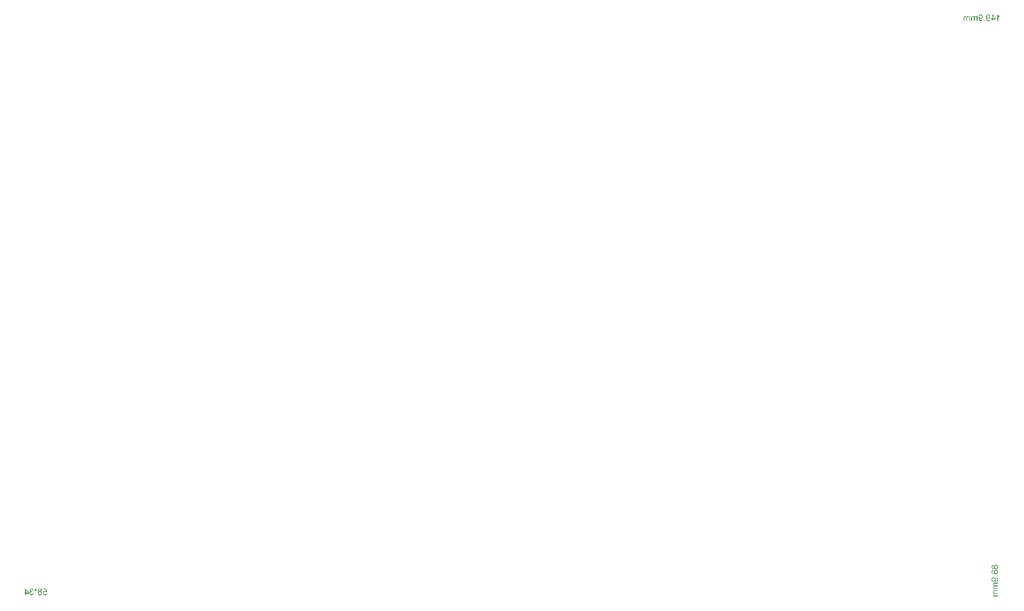
<source format=gbl>
G04*
G04 #@! TF.GenerationSoftware,Altium Limited,Altium Designer,20.0.1 (14)*
G04*
G04 Layer_Physical_Order=2*
G04 Layer_Color=16711680*
%FSLAX25Y25*%
%MOIN*%
G70*
G01*
G75*
G36*
X706984Y119994D02*
X707073Y119983D01*
X707156Y119967D01*
X707240Y119945D01*
X707378Y119889D01*
X707445Y119861D01*
X707501Y119828D01*
X707556Y119795D01*
X707600Y119767D01*
X707639Y119734D01*
X707673Y119711D01*
X707700Y119689D01*
X707717Y119673D01*
X707728Y119661D01*
X707734Y119656D01*
X707795Y119589D01*
X707845Y119517D01*
X707889Y119439D01*
X707928Y119362D01*
X707956Y119290D01*
X707983Y119212D01*
X708022Y119062D01*
X708039Y118995D01*
X708050Y118934D01*
X708055Y118879D01*
X708061Y118829D01*
X708067Y118790D01*
Y118735D01*
X708061Y118629D01*
X708050Y118535D01*
X708033Y118440D01*
X708017Y118352D01*
X707989Y118274D01*
X707961Y118196D01*
X707933Y118124D01*
X707900Y118063D01*
X707867Y118008D01*
X707839Y117958D01*
X707811Y117919D01*
X707784Y117880D01*
X707767Y117852D01*
X707750Y117835D01*
X707739Y117824D01*
X707734Y117819D01*
X707667Y117758D01*
X707600Y117702D01*
X707534Y117658D01*
X707462Y117619D01*
X707395Y117580D01*
X707323Y117552D01*
X707195Y117514D01*
X707134Y117497D01*
X707079Y117486D01*
X707029Y117480D01*
X706990Y117475D01*
X706957Y117469D01*
X706929D01*
X706912D01*
X706907D01*
X706779Y117475D01*
X706662Y117497D01*
X706557Y117530D01*
X706468Y117564D01*
X706396Y117597D01*
X706341Y117630D01*
X706307Y117652D01*
X706302Y117658D01*
X706296D01*
X706207Y117736D01*
X706130Y117819D01*
X706069Y117908D01*
X706013Y117991D01*
X705974Y118069D01*
X705946Y118135D01*
X705935Y118157D01*
X705930Y118174D01*
X705924Y118185D01*
Y118191D01*
X705880Y118091D01*
X705830Y118008D01*
X705780Y117935D01*
X705730Y117874D01*
X705686Y117830D01*
X705652Y117797D01*
X705630Y117774D01*
X705619Y117769D01*
X705541Y117719D01*
X705464Y117686D01*
X705386Y117658D01*
X705308Y117641D01*
X705247Y117630D01*
X705197Y117625D01*
X705164D01*
X705158D01*
X705153D01*
X705075Y117630D01*
X705003Y117636D01*
X704864Y117675D01*
X704742Y117725D01*
X704637Y117780D01*
X704553Y117835D01*
X704520Y117863D01*
X704487Y117885D01*
X704465Y117908D01*
X704448Y117924D01*
X704443Y117930D01*
X704437Y117935D01*
X704387Y117997D01*
X704337Y118058D01*
X704298Y118124D01*
X704265Y118191D01*
X704215Y118324D01*
X704182Y118457D01*
X704165Y118513D01*
X704159Y118568D01*
X704154Y118618D01*
X704148Y118662D01*
X704143Y118696D01*
Y118746D01*
X704148Y118834D01*
X704154Y118923D01*
X704187Y119079D01*
X704209Y119151D01*
X704232Y119218D01*
X704259Y119279D01*
X704287Y119334D01*
X704315Y119378D01*
X704343Y119423D01*
X704365Y119462D01*
X704387Y119489D01*
X704404Y119512D01*
X704420Y119528D01*
X704426Y119539D01*
X704431Y119545D01*
X704487Y119595D01*
X704542Y119645D01*
X704603Y119684D01*
X704665Y119717D01*
X704781Y119773D01*
X704892Y119806D01*
X704986Y119828D01*
X705031Y119834D01*
X705064Y119839D01*
X705097Y119845D01*
X705120D01*
X705131D01*
X705136D01*
X705236Y119839D01*
X705331Y119822D01*
X705414Y119800D01*
X705486Y119773D01*
X705541Y119750D01*
X705586Y119728D01*
X705608Y119711D01*
X705619Y119706D01*
X705686Y119645D01*
X705747Y119578D01*
X705802Y119506D01*
X705847Y119434D01*
X705880Y119367D01*
X705902Y119317D01*
X705913Y119295D01*
X705919Y119279D01*
X705924Y119273D01*
Y119267D01*
X705963Y119395D01*
X706013Y119501D01*
X706074Y119595D01*
X706130Y119673D01*
X706185Y119734D01*
X706230Y119778D01*
X706257Y119800D01*
X706263Y119811D01*
X706268D01*
X706368Y119872D01*
X706474Y119922D01*
X706574Y119956D01*
X706673Y119978D01*
X706762Y119989D01*
X706801Y119994D01*
X706835D01*
X706857Y120000D01*
X706879D01*
X706890D01*
X706896D01*
X706984Y119994D01*
D02*
G37*
G36*
Y117008D02*
X707073Y116998D01*
X707156Y116981D01*
X707240Y116959D01*
X707378Y116903D01*
X707445Y116875D01*
X707501Y116842D01*
X707556Y116809D01*
X707600Y116781D01*
X707639Y116748D01*
X707673Y116726D01*
X707700Y116703D01*
X707717Y116687D01*
X707728Y116675D01*
X707734Y116670D01*
X707795Y116603D01*
X707845Y116531D01*
X707889Y116454D01*
X707928Y116376D01*
X707956Y116304D01*
X707983Y116226D01*
X708022Y116076D01*
X708039Y116009D01*
X708050Y115948D01*
X708055Y115893D01*
X708061Y115843D01*
X708067Y115804D01*
Y115749D01*
X708061Y115643D01*
X708050Y115549D01*
X708033Y115454D01*
X708017Y115366D01*
X707989Y115288D01*
X707961Y115210D01*
X707933Y115138D01*
X707900Y115077D01*
X707867Y115022D01*
X707839Y114972D01*
X707811Y114933D01*
X707784Y114894D01*
X707767Y114866D01*
X707750Y114850D01*
X707739Y114839D01*
X707734Y114833D01*
X707667Y114772D01*
X707600Y114716D01*
X707534Y114672D01*
X707462Y114633D01*
X707395Y114594D01*
X707323Y114567D01*
X707195Y114528D01*
X707134Y114511D01*
X707079Y114500D01*
X707029Y114494D01*
X706990Y114489D01*
X706957Y114483D01*
X706929D01*
X706912D01*
X706907D01*
X706779Y114489D01*
X706662Y114511D01*
X706557Y114544D01*
X706468Y114578D01*
X706396Y114611D01*
X706341Y114644D01*
X706307Y114666D01*
X706302Y114672D01*
X706296D01*
X706207Y114750D01*
X706130Y114833D01*
X706069Y114922D01*
X706013Y115005D01*
X705974Y115083D01*
X705946Y115149D01*
X705935Y115172D01*
X705930Y115188D01*
X705924Y115199D01*
Y115205D01*
X705880Y115105D01*
X705830Y115022D01*
X705780Y114950D01*
X705730Y114888D01*
X705686Y114844D01*
X705652Y114811D01*
X705630Y114789D01*
X705619Y114783D01*
X705541Y114733D01*
X705464Y114700D01*
X705386Y114672D01*
X705308Y114655D01*
X705247Y114644D01*
X705197Y114639D01*
X705164D01*
X705158D01*
X705153D01*
X705075Y114644D01*
X705003Y114650D01*
X704864Y114689D01*
X704742Y114739D01*
X704637Y114794D01*
X704553Y114850D01*
X704520Y114877D01*
X704487Y114900D01*
X704465Y114922D01*
X704448Y114938D01*
X704443Y114944D01*
X704437Y114950D01*
X704387Y115010D01*
X704337Y115072D01*
X704298Y115138D01*
X704265Y115205D01*
X704215Y115338D01*
X704182Y115471D01*
X704165Y115527D01*
X704159Y115582D01*
X704154Y115632D01*
X704148Y115676D01*
X704143Y115710D01*
Y115760D01*
X704148Y115849D01*
X704154Y115937D01*
X704187Y116093D01*
X704209Y116165D01*
X704232Y116232D01*
X704259Y116293D01*
X704287Y116348D01*
X704315Y116393D01*
X704343Y116437D01*
X704365Y116476D01*
X704387Y116504D01*
X704404Y116526D01*
X704420Y116542D01*
X704426Y116553D01*
X704431Y116559D01*
X704487Y116609D01*
X704542Y116659D01*
X704603Y116698D01*
X704665Y116731D01*
X704781Y116787D01*
X704892Y116820D01*
X704986Y116842D01*
X705031Y116848D01*
X705064Y116853D01*
X705097Y116859D01*
X705120D01*
X705131D01*
X705136D01*
X705236Y116853D01*
X705331Y116837D01*
X705414Y116814D01*
X705486Y116787D01*
X705541Y116764D01*
X705586Y116742D01*
X705608Y116726D01*
X705619Y116720D01*
X705686Y116659D01*
X705747Y116592D01*
X705802Y116520D01*
X705847Y116448D01*
X705880Y116381D01*
X705902Y116331D01*
X705913Y116309D01*
X705919Y116293D01*
X705924Y116287D01*
Y116281D01*
X705963Y116409D01*
X706013Y116515D01*
X706074Y116609D01*
X706130Y116687D01*
X706185Y116748D01*
X706230Y116792D01*
X706257Y116814D01*
X706263Y116825D01*
X706268D01*
X706368Y116886D01*
X706474Y116936D01*
X706574Y116970D01*
X706673Y116992D01*
X706762Y117003D01*
X706801Y117008D01*
X706835D01*
X706857Y117014D01*
X706879D01*
X706890D01*
X706896D01*
X706984Y117008D01*
D02*
G37*
G36*
X708000Y113218D02*
X707462D01*
Y113756D01*
X708000D01*
Y113218D01*
D02*
G37*
G36*
X705547Y112524D02*
X705641Y112513D01*
X705736Y112502D01*
X705824Y112480D01*
X705902Y112452D01*
X705980Y112424D01*
X706046Y112397D01*
X706107Y112363D01*
X706163Y112335D01*
X706213Y112308D01*
X706252Y112280D01*
X706291Y112252D01*
X706318Y112230D01*
X706335Y112219D01*
X706346Y112208D01*
X706352Y112202D01*
X706413Y112141D01*
X706463Y112075D01*
X706513Y112008D01*
X706552Y111936D01*
X706585Y111869D01*
X706612Y111803D01*
X706651Y111675D01*
X706668Y111619D01*
X706679Y111564D01*
X706685Y111520D01*
X706690Y111475D01*
X706696Y111442D01*
Y111398D01*
X706690Y111292D01*
X706673Y111192D01*
X706651Y111103D01*
X706624Y111020D01*
X706601Y110959D01*
X706579Y110909D01*
X706563Y110876D01*
X706557Y110865D01*
X706501Y110776D01*
X706440Y110698D01*
X706379Y110632D01*
X706324Y110576D01*
X706268Y110537D01*
X706230Y110504D01*
X706202Y110482D01*
X706191Y110476D01*
X706235D01*
X706263D01*
X706280D01*
X706285D01*
X706396Y110482D01*
X706501Y110487D01*
X706596Y110498D01*
X706685Y110510D01*
X706757Y110526D01*
X706812Y110537D01*
X706835Y110543D01*
X706851D01*
X706857Y110548D01*
X706862D01*
X706962Y110576D01*
X707051Y110604D01*
X707129Y110632D01*
X707195Y110659D01*
X707245Y110681D01*
X707284Y110704D01*
X707312Y110715D01*
X707317Y110720D01*
X707378Y110765D01*
X707428Y110809D01*
X707473Y110854D01*
X707512Y110898D01*
X707545Y110931D01*
X707567Y110965D01*
X707578Y110987D01*
X707584Y110992D01*
X707617Y111053D01*
X707639Y111120D01*
X707656Y111181D01*
X707667Y111242D01*
X707673Y111292D01*
X707678Y111331D01*
Y111370D01*
X707673Y111459D01*
X707656Y111542D01*
X707634Y111614D01*
X707606Y111675D01*
X707584Y111719D01*
X707561Y111758D01*
X707545Y111780D01*
X707539Y111786D01*
X707478Y111841D01*
X707406Y111886D01*
X707328Y111925D01*
X707251Y111952D01*
X707184Y111975D01*
X707123Y111991D01*
X707101Y111997D01*
X707090D01*
X707079Y112002D01*
X707073D01*
X707112Y112458D01*
X707273Y112424D01*
X707412Y112380D01*
X707534Y112324D01*
X707634Y112269D01*
X707711Y112213D01*
X707745Y112186D01*
X707772Y112163D01*
X707789Y112147D01*
X707806Y112130D01*
X707811Y112125D01*
X707817Y112119D01*
X707861Y112064D01*
X707900Y112002D01*
X707961Y111880D01*
X708006Y111758D01*
X708033Y111642D01*
X708055Y111536D01*
X708061Y111492D01*
Y111453D01*
X708067Y111425D01*
Y111381D01*
X708055Y111225D01*
X708033Y111087D01*
X707994Y110959D01*
X707950Y110854D01*
X707933Y110809D01*
X707911Y110765D01*
X707889Y110731D01*
X707872Y110698D01*
X707861Y110676D01*
X707850Y110659D01*
X707839Y110648D01*
Y110643D01*
X707745Y110532D01*
X707639Y110432D01*
X707528Y110354D01*
X707423Y110287D01*
X707328Y110232D01*
X707284Y110210D01*
X707251Y110193D01*
X707218Y110182D01*
X707195Y110171D01*
X707184Y110165D01*
X707179D01*
X707095Y110138D01*
X707001Y110110D01*
X706812Y110071D01*
X706612Y110043D01*
X706424Y110027D01*
X706341Y110016D01*
X706257Y110010D01*
X706185D01*
X706124Y110004D01*
X706074D01*
X706035D01*
X706007D01*
X706002D01*
X705874D01*
X705752Y110010D01*
X705641Y110021D01*
X705536Y110032D01*
X705441Y110043D01*
X705353Y110054D01*
X705269Y110071D01*
X705197Y110088D01*
X705136Y110104D01*
X705081Y110116D01*
X705031Y110132D01*
X704992Y110143D01*
X704964Y110154D01*
X704942Y110165D01*
X704931Y110171D01*
X704925D01*
X704792Y110238D01*
X704676Y110310D01*
X704576Y110393D01*
X704492Y110465D01*
X704431Y110537D01*
X704387Y110593D01*
X704370Y110615D01*
X704359Y110632D01*
X704348Y110637D01*
Y110643D01*
X704282Y110759D01*
X704232Y110876D01*
X704193Y110992D01*
X704171Y111098D01*
X704154Y111192D01*
X704148Y111231D01*
Y111259D01*
X704143Y111286D01*
Y111325D01*
X704148Y111420D01*
X704159Y111509D01*
X704176Y111597D01*
X704198Y111675D01*
X704259Y111825D01*
X704287Y111891D01*
X704320Y111947D01*
X704359Y112002D01*
X704387Y112047D01*
X704420Y112091D01*
X704448Y112125D01*
X704470Y112152D01*
X704487Y112169D01*
X704498Y112180D01*
X704503Y112186D01*
X704570Y112247D01*
X704648Y112297D01*
X704720Y112347D01*
X704798Y112385D01*
X704881Y112419D01*
X704959Y112446D01*
X705103Y112485D01*
X705175Y112502D01*
X705236Y112513D01*
X705297Y112519D01*
X705347Y112524D01*
X705386Y112530D01*
X705414D01*
X705436D01*
X705441D01*
X705547Y112524D01*
D02*
G37*
G36*
X708000Y108944D02*
X706557D01*
X706424Y108939D01*
X706307Y108933D01*
X706207Y108922D01*
X706124Y108905D01*
X706063Y108889D01*
X706019Y108878D01*
X705991Y108872D01*
X705980Y108867D01*
X705908Y108833D01*
X705847Y108795D01*
X705791Y108756D01*
X705747Y108717D01*
X705713Y108678D01*
X705691Y108650D01*
X705675Y108628D01*
X705669Y108623D01*
X705636Y108556D01*
X705608Y108495D01*
X705591Y108428D01*
X705575Y108373D01*
X705569Y108328D01*
X705564Y108290D01*
Y108256D01*
X705569Y108162D01*
X705586Y108084D01*
X705614Y108018D01*
X705641Y107968D01*
X705675Y107929D01*
X705697Y107901D01*
X705719Y107884D01*
X705724Y107879D01*
X705791Y107840D01*
X705863Y107812D01*
X705941Y107790D01*
X706019Y107779D01*
X706085Y107768D01*
X706146Y107762D01*
X706169D01*
X706180D01*
X706191D01*
X706196D01*
X708000D01*
Y107290D01*
X706385D01*
X706235Y107279D01*
X706107Y107257D01*
X706002Y107229D01*
X705913Y107191D01*
X705847Y107157D01*
X705802Y107124D01*
X705774Y107102D01*
X705763Y107096D01*
X705697Y107019D01*
X705647Y106935D01*
X705614Y106852D01*
X705586Y106774D01*
X705575Y106708D01*
X705569Y106652D01*
X705564Y106630D01*
Y106602D01*
X705569Y106541D01*
X705575Y106491D01*
X705586Y106441D01*
X705602Y106403D01*
X705619Y106364D01*
X705630Y106342D01*
X705636Y106325D01*
X705641Y106319D01*
X705675Y106275D01*
X705708Y106242D01*
X705741Y106214D01*
X705774Y106192D01*
X705802Y106175D01*
X705824Y106164D01*
X705841Y106153D01*
X705847D01*
X705897Y106136D01*
X705963Y106125D01*
X706030Y106120D01*
X706096Y106114D01*
X706157Y106108D01*
X706207D01*
X706241D01*
X706246D01*
X706252D01*
X708000D01*
Y105637D01*
X706091D01*
X706002D01*
X705924Y105648D01*
X705847Y105659D01*
X705780Y105670D01*
X705713Y105687D01*
X705658Y105709D01*
X705608Y105725D01*
X705558Y105748D01*
X705519Y105770D01*
X705480Y105786D01*
X705430Y105825D01*
X705397Y105848D01*
X705386Y105859D01*
X705308Y105947D01*
X705253Y106053D01*
X705208Y106158D01*
X705181Y106258D01*
X705164Y106352D01*
X705158Y106391D01*
Y106430D01*
X705153Y106458D01*
Y106497D01*
X705158Y106597D01*
X705175Y106685D01*
X705197Y106774D01*
X705231Y106858D01*
X705269Y106935D01*
X705308Y107007D01*
X705353Y107069D01*
X705397Y107130D01*
X705447Y107185D01*
X705491Y107229D01*
X705530Y107268D01*
X705569Y107302D01*
X705602Y107329D01*
X705625Y107346D01*
X705641Y107357D01*
X705647Y107363D01*
X705564Y107396D01*
X705491Y107440D01*
X705430Y107490D01*
X705380Y107535D01*
X705336Y107579D01*
X705308Y107612D01*
X705292Y107635D01*
X705286Y107646D01*
X705242Y107723D01*
X705208Y107807D01*
X705186Y107890D01*
X705169Y107973D01*
X705158Y108040D01*
X705153Y108101D01*
Y108151D01*
X705158Y108251D01*
X705175Y108345D01*
X705192Y108428D01*
X705214Y108500D01*
X705242Y108561D01*
X705258Y108606D01*
X705275Y108634D01*
X705280Y108645D01*
X705331Y108722D01*
X705386Y108789D01*
X705441Y108850D01*
X705497Y108900D01*
X705541Y108939D01*
X705580Y108972D01*
X705602Y108989D01*
X705614Y108994D01*
X705214D01*
Y109416D01*
X708000D01*
Y108944D01*
D02*
G37*
G36*
Y104471D02*
X706557D01*
X706424Y104466D01*
X706307Y104460D01*
X706207Y104449D01*
X706124Y104432D01*
X706063Y104416D01*
X706019Y104404D01*
X705991Y104399D01*
X705980Y104393D01*
X705908Y104360D01*
X705847Y104321D01*
X705791Y104282D01*
X705747Y104244D01*
X705713Y104205D01*
X705691Y104177D01*
X705675Y104155D01*
X705669Y104149D01*
X705636Y104083D01*
X705608Y104022D01*
X705591Y103955D01*
X705575Y103900D01*
X705569Y103855D01*
X705564Y103816D01*
Y103783D01*
X705569Y103689D01*
X705586Y103611D01*
X705614Y103544D01*
X705641Y103494D01*
X705675Y103455D01*
X705697Y103428D01*
X705719Y103411D01*
X705724Y103405D01*
X705791Y103367D01*
X705863Y103339D01*
X705941Y103317D01*
X706019Y103306D01*
X706085Y103295D01*
X706146Y103289D01*
X706169D01*
X706180D01*
X706191D01*
X706196D01*
X708000D01*
Y102817D01*
X706385D01*
X706235Y102806D01*
X706107Y102784D01*
X706002Y102756D01*
X705913Y102717D01*
X705847Y102684D01*
X705802Y102651D01*
X705774Y102629D01*
X705763Y102623D01*
X705697Y102545D01*
X705647Y102462D01*
X705614Y102379D01*
X705586Y102301D01*
X705575Y102234D01*
X705569Y102179D01*
X705564Y102157D01*
Y102129D01*
X705569Y102068D01*
X705575Y102018D01*
X705586Y101968D01*
X705602Y101929D01*
X705619Y101890D01*
X705630Y101868D01*
X705636Y101851D01*
X705641Y101846D01*
X705675Y101802D01*
X705708Y101768D01*
X705741Y101741D01*
X705774Y101718D01*
X705802Y101702D01*
X705824Y101690D01*
X705841Y101679D01*
X705847D01*
X705897Y101663D01*
X705963Y101652D01*
X706030Y101646D01*
X706096Y101641D01*
X706157Y101635D01*
X706207D01*
X706241D01*
X706246D01*
X706252D01*
X708000D01*
Y101163D01*
X706091D01*
X706002D01*
X705924Y101174D01*
X705847Y101186D01*
X705780Y101197D01*
X705713Y101213D01*
X705658Y101235D01*
X705608Y101252D01*
X705558Y101274D01*
X705519Y101296D01*
X705480Y101313D01*
X705430Y101352D01*
X705397Y101374D01*
X705386Y101385D01*
X705308Y101474D01*
X705253Y101579D01*
X705208Y101685D01*
X705181Y101785D01*
X705164Y101879D01*
X705158Y101918D01*
Y101957D01*
X705153Y101985D01*
Y102024D01*
X705158Y102123D01*
X705175Y102212D01*
X705197Y102301D01*
X705231Y102384D01*
X705269Y102462D01*
X705308Y102534D01*
X705353Y102595D01*
X705397Y102656D01*
X705447Y102712D01*
X705491Y102756D01*
X705530Y102795D01*
X705569Y102828D01*
X705602Y102856D01*
X705625Y102873D01*
X705641Y102884D01*
X705647Y102889D01*
X705564Y102923D01*
X705491Y102967D01*
X705430Y103017D01*
X705380Y103061D01*
X705336Y103106D01*
X705308Y103139D01*
X705292Y103161D01*
X705286Y103172D01*
X705242Y103250D01*
X705208Y103333D01*
X705186Y103417D01*
X705169Y103500D01*
X705158Y103567D01*
X705153Y103628D01*
Y103677D01*
X705158Y103777D01*
X705175Y103872D01*
X705192Y103955D01*
X705214Y104027D01*
X705242Y104088D01*
X705258Y104132D01*
X705275Y104160D01*
X705280Y104171D01*
X705331Y104249D01*
X705386Y104316D01*
X705441Y104377D01*
X705497Y104427D01*
X705541Y104466D01*
X705580Y104499D01*
X705602Y104516D01*
X705614Y104521D01*
X705214D01*
Y104943D01*
X708000D01*
Y104471D01*
D02*
G37*
G36*
X707945Y448763D02*
X708006Y448674D01*
X708079Y448585D01*
X708145Y448508D01*
X708212Y448441D01*
X708262Y448385D01*
X708284Y448369D01*
X708301Y448352D01*
X708306Y448347D01*
X708312Y448341D01*
X708428Y448247D01*
X708545Y448158D01*
X708656Y448080D01*
X708767Y448019D01*
X708861Y447964D01*
X708900Y447941D01*
X708933Y447925D01*
X708961Y447908D01*
X708983Y447903D01*
X708994Y447892D01*
X709000D01*
Y447436D01*
X708917Y447470D01*
X708834Y447509D01*
X708750Y447547D01*
X708673Y447586D01*
X708606Y447620D01*
X708551Y447647D01*
X708517Y447670D01*
X708512Y447675D01*
X708506D01*
X708406Y447736D01*
X708317Y447797D01*
X708240Y447853D01*
X708179Y447903D01*
X708123Y447941D01*
X708090Y447975D01*
X708062Y447997D01*
X708056Y448002D01*
Y445000D01*
X707585D01*
Y448857D01*
X707890D01*
X707945Y448763D01*
D02*
G37*
G36*
X694631Y447842D02*
X694725Y447825D01*
X694809Y447808D01*
X694881Y447786D01*
X694942Y447758D01*
X694986Y447742D01*
X695014Y447725D01*
X695025Y447719D01*
X695103Y447670D01*
X695169Y447614D01*
X695230Y447559D01*
X695280Y447503D01*
X695319Y447459D01*
X695353Y447420D01*
X695369Y447398D01*
X695375Y447387D01*
Y447786D01*
X695797D01*
Y445000D01*
X695325D01*
Y446443D01*
X695319Y446576D01*
X695314Y446693D01*
X695303Y446793D01*
X695286Y446876D01*
X695269Y446937D01*
X695258Y446981D01*
X695253Y447009D01*
X695247Y447020D01*
X695214Y447092D01*
X695175Y447153D01*
X695136Y447209D01*
X695097Y447253D01*
X695058Y447287D01*
X695031Y447309D01*
X695008Y447326D01*
X695003Y447331D01*
X694936Y447364D01*
X694875Y447392D01*
X694809Y447409D01*
X694753Y447425D01*
X694709Y447431D01*
X694670Y447436D01*
X694637D01*
X694542Y447431D01*
X694464Y447414D01*
X694398Y447387D01*
X694348Y447359D01*
X694309Y447326D01*
X694281Y447303D01*
X694265Y447281D01*
X694259Y447275D01*
X694220Y447209D01*
X694193Y447137D01*
X694170Y447059D01*
X694159Y446981D01*
X694148Y446915D01*
X694143Y446854D01*
Y446832D01*
Y446820D01*
Y446809D01*
Y446804D01*
Y445000D01*
X693671D01*
Y446615D01*
X693660Y446765D01*
X693638Y446893D01*
X693610Y446998D01*
X693571Y447087D01*
X693538Y447153D01*
X693504Y447198D01*
X693482Y447226D01*
X693477Y447237D01*
X693399Y447303D01*
X693316Y447353D01*
X693232Y447387D01*
X693155Y447414D01*
X693088Y447425D01*
X693033Y447431D01*
X693011Y447436D01*
X692983D01*
X692922Y447431D01*
X692872Y447425D01*
X692822Y447414D01*
X692783Y447398D01*
X692744Y447381D01*
X692722Y447370D01*
X692705Y447364D01*
X692700Y447359D01*
X692655Y447326D01*
X692622Y447292D01*
X692594Y447259D01*
X692572Y447226D01*
X692555Y447198D01*
X692544Y447176D01*
X692533Y447159D01*
Y447153D01*
X692517Y447103D01*
X692505Y447037D01*
X692500Y446970D01*
X692494Y446904D01*
X692489Y446843D01*
Y446793D01*
Y446759D01*
Y446754D01*
Y446748D01*
Y445000D01*
X692017D01*
Y446909D01*
Y446998D01*
X692028Y447076D01*
X692039Y447153D01*
X692050Y447220D01*
X692067Y447287D01*
X692089Y447342D01*
X692106Y447392D01*
X692128Y447442D01*
X692150Y447481D01*
X692167Y447520D01*
X692206Y447570D01*
X692228Y447603D01*
X692239Y447614D01*
X692328Y447692D01*
X692433Y447747D01*
X692539Y447792D01*
X692639Y447819D01*
X692733Y447836D01*
X692772Y447842D01*
X692811D01*
X692838Y447847D01*
X692877D01*
X692977Y447842D01*
X693066Y447825D01*
X693155Y447803D01*
X693238Y447769D01*
X693316Y447731D01*
X693388Y447692D01*
X693449Y447647D01*
X693510Y447603D01*
X693565Y447553D01*
X693610Y447509D01*
X693649Y447470D01*
X693682Y447431D01*
X693710Y447398D01*
X693726Y447375D01*
X693738Y447359D01*
X693743Y447353D01*
X693776Y447436D01*
X693821Y447509D01*
X693871Y447570D01*
X693915Y447620D01*
X693960Y447664D01*
X693993Y447692D01*
X694015Y447708D01*
X694026Y447714D01*
X694104Y447758D01*
X694187Y447792D01*
X694270Y447814D01*
X694353Y447830D01*
X694420Y447842D01*
X694481Y447847D01*
X694531D01*
X694631Y447842D01*
D02*
G37*
G36*
X690158D02*
X690252Y447825D01*
X690335Y447808D01*
X690408Y447786D01*
X690469Y447758D01*
X690513Y447742D01*
X690541Y447725D01*
X690552Y447719D01*
X690629Y447670D01*
X690696Y447614D01*
X690757Y447559D01*
X690807Y447503D01*
X690846Y447459D01*
X690879Y447420D01*
X690896Y447398D01*
X690902Y447387D01*
Y447786D01*
X691323D01*
Y445000D01*
X690851D01*
Y446443D01*
X690846Y446576D01*
X690840Y446693D01*
X690829Y446793D01*
X690813Y446876D01*
X690796Y446937D01*
X690785Y446981D01*
X690779Y447009D01*
X690774Y447020D01*
X690740Y447092D01*
X690702Y447153D01*
X690663Y447209D01*
X690624Y447253D01*
X690585Y447287D01*
X690557Y447309D01*
X690535Y447326D01*
X690530Y447331D01*
X690463Y447364D01*
X690402Y447392D01*
X690335Y447409D01*
X690280Y447425D01*
X690236Y447431D01*
X690197Y447436D01*
X690163D01*
X690069Y447431D01*
X689991Y447414D01*
X689925Y447387D01*
X689875Y447359D01*
X689836Y447326D01*
X689808Y447303D01*
X689791Y447281D01*
X689786Y447275D01*
X689747Y447209D01*
X689719Y447137D01*
X689697Y447059D01*
X689686Y446981D01*
X689675Y446915D01*
X689669Y446854D01*
Y446832D01*
Y446820D01*
Y446809D01*
Y446804D01*
Y445000D01*
X689198D01*
Y446615D01*
X689186Y446765D01*
X689164Y446893D01*
X689137Y446998D01*
X689098Y447087D01*
X689064Y447153D01*
X689031Y447198D01*
X689009Y447226D01*
X689003Y447237D01*
X688926Y447303D01*
X688842Y447353D01*
X688759Y447387D01*
X688682Y447414D01*
X688615Y447425D01*
X688559Y447431D01*
X688537Y447436D01*
X688509D01*
X688448Y447431D01*
X688398Y447425D01*
X688348Y447414D01*
X688310Y447398D01*
X688271Y447381D01*
X688248Y447370D01*
X688232Y447364D01*
X688226Y447359D01*
X688182Y447326D01*
X688149Y447292D01*
X688121Y447259D01*
X688099Y447226D01*
X688082Y447198D01*
X688071Y447176D01*
X688060Y447159D01*
Y447153D01*
X688043Y447103D01*
X688032Y447037D01*
X688027Y446970D01*
X688021Y446904D01*
X688015Y446843D01*
Y446793D01*
Y446759D01*
Y446754D01*
Y446748D01*
Y445000D01*
X687544D01*
Y446909D01*
Y446998D01*
X687555Y447076D01*
X687566Y447153D01*
X687577Y447220D01*
X687594Y447287D01*
X687616Y447342D01*
X687633Y447392D01*
X687655Y447442D01*
X687677Y447481D01*
X687694Y447520D01*
X687732Y447570D01*
X687755Y447603D01*
X687766Y447614D01*
X687854Y447692D01*
X687960Y447747D01*
X688065Y447792D01*
X688165Y447819D01*
X688260Y447836D01*
X688299Y447842D01*
X688337D01*
X688365Y447847D01*
X688404D01*
X688504Y447842D01*
X688593Y447825D01*
X688682Y447803D01*
X688765Y447769D01*
X688842Y447731D01*
X688914Y447692D01*
X688976Y447647D01*
X689037Y447603D01*
X689092Y447553D01*
X689137Y447509D01*
X689175Y447470D01*
X689209Y447431D01*
X689236Y447398D01*
X689253Y447375D01*
X689264Y447359D01*
X689270Y447353D01*
X689303Y447436D01*
X689348Y447509D01*
X689397Y447570D01*
X689442Y447620D01*
X689486Y447664D01*
X689520Y447692D01*
X689542Y447708D01*
X689553Y447714D01*
X689631Y447758D01*
X689714Y447792D01*
X689797Y447814D01*
X689880Y447830D01*
X689947Y447842D01*
X690008Y447847D01*
X690058D01*
X690158Y447842D01*
D02*
G37*
G36*
X702279Y448852D02*
X702368Y448841D01*
X702457Y448824D01*
X702534Y448802D01*
X702684Y448741D01*
X702751Y448713D01*
X702806Y448680D01*
X702862Y448641D01*
X702906Y448613D01*
X702950Y448580D01*
X702984Y448552D01*
X703012Y448530D01*
X703028Y448513D01*
X703039Y448502D01*
X703045Y448496D01*
X703106Y448430D01*
X703156Y448352D01*
X703206Y448280D01*
X703245Y448202D01*
X703278Y448119D01*
X703306Y448041D01*
X703344Y447897D01*
X703361Y447825D01*
X703372Y447764D01*
X703378Y447703D01*
X703383Y447653D01*
X703389Y447614D01*
Y447586D01*
Y447564D01*
Y447559D01*
X703383Y447453D01*
X703372Y447359D01*
X703361Y447264D01*
X703339Y447176D01*
X703311Y447098D01*
X703284Y447020D01*
X703256Y446954D01*
X703223Y446893D01*
X703195Y446837D01*
X703167Y446787D01*
X703139Y446748D01*
X703111Y446709D01*
X703089Y446682D01*
X703078Y446665D01*
X703067Y446654D01*
X703061Y446648D01*
X703000Y446587D01*
X702934Y446537D01*
X702867Y446487D01*
X702795Y446449D01*
X702729Y446415D01*
X702662Y446387D01*
X702534Y446349D01*
X702479Y446332D01*
X702423Y446321D01*
X702379Y446315D01*
X702334Y446310D01*
X702301Y446304D01*
X702257D01*
X702151Y446310D01*
X702051Y446326D01*
X701963Y446349D01*
X701879Y446376D01*
X701818Y446399D01*
X701768Y446421D01*
X701735Y446437D01*
X701724Y446443D01*
X701635Y446498D01*
X701557Y446560D01*
X701491Y446621D01*
X701435Y446676D01*
X701397Y446732D01*
X701363Y446770D01*
X701341Y446798D01*
X701335Y446809D01*
Y446765D01*
Y446737D01*
Y446721D01*
Y446715D01*
X701341Y446604D01*
X701347Y446498D01*
X701358Y446404D01*
X701369Y446315D01*
X701385Y446243D01*
X701397Y446188D01*
X701402Y446166D01*
Y446149D01*
X701408Y446143D01*
Y446138D01*
X701435Y446038D01*
X701463Y445949D01*
X701491Y445871D01*
X701519Y445805D01*
X701541Y445755D01*
X701563Y445716D01*
X701574Y445688D01*
X701580Y445683D01*
X701624Y445622D01*
X701669Y445572D01*
X701713Y445527D01*
X701757Y445488D01*
X701791Y445455D01*
X701824Y445433D01*
X701846Y445422D01*
X701852Y445416D01*
X701913Y445383D01*
X701979Y445361D01*
X702040Y445344D01*
X702101Y445333D01*
X702151Y445328D01*
X702190Y445322D01*
X702229D01*
X702318Y445328D01*
X702401Y445344D01*
X702473Y445366D01*
X702534Y445394D01*
X702579Y445416D01*
X702618Y445438D01*
X702640Y445455D01*
X702645Y445461D01*
X702701Y445522D01*
X702745Y445594D01*
X702784Y445672D01*
X702812Y445749D01*
X702834Y445816D01*
X702851Y445877D01*
X702856Y445899D01*
Y445910D01*
X702862Y445921D01*
Y445927D01*
X703317Y445888D01*
X703284Y445727D01*
X703239Y445588D01*
X703184Y445466D01*
X703128Y445366D01*
X703073Y445289D01*
X703045Y445255D01*
X703023Y445227D01*
X703006Y445211D01*
X702989Y445194D01*
X702984Y445189D01*
X702978Y445183D01*
X702923Y445139D01*
X702862Y445100D01*
X702740Y445039D01*
X702618Y444994D01*
X702501Y444967D01*
X702395Y444944D01*
X702351Y444939D01*
X702312D01*
X702284Y444933D01*
X702240D01*
X702085Y444944D01*
X701946Y444967D01*
X701818Y445006D01*
X701713Y445050D01*
X701669Y445067D01*
X701624Y445089D01*
X701591Y445111D01*
X701557Y445128D01*
X701535Y445139D01*
X701519Y445150D01*
X701508Y445161D01*
X701502D01*
X701391Y445255D01*
X701291Y445361D01*
X701213Y445472D01*
X701147Y445577D01*
X701091Y445672D01*
X701069Y445716D01*
X701052Y445749D01*
X701041Y445783D01*
X701030Y445805D01*
X701025Y445816D01*
Y445821D01*
X700997Y445905D01*
X700969Y445999D01*
X700930Y446188D01*
X700903Y446387D01*
X700886Y446576D01*
X700875Y446660D01*
X700869Y446743D01*
Y446815D01*
X700864Y446876D01*
Y446926D01*
Y446965D01*
Y446992D01*
Y446998D01*
Y447126D01*
X700869Y447248D01*
X700880Y447359D01*
X700891Y447464D01*
X700903Y447559D01*
X700914Y447647D01*
X700930Y447731D01*
X700947Y447803D01*
X700964Y447864D01*
X700975Y447919D01*
X700991Y447969D01*
X701003Y448008D01*
X701014Y448036D01*
X701025Y448058D01*
X701030Y448069D01*
Y448075D01*
X701097Y448208D01*
X701169Y448324D01*
X701252Y448424D01*
X701324Y448508D01*
X701397Y448569D01*
X701452Y448613D01*
X701474Y448630D01*
X701491Y448641D01*
X701496Y448652D01*
X701502D01*
X701618Y448719D01*
X701735Y448769D01*
X701852Y448807D01*
X701957Y448830D01*
X702051Y448846D01*
X702090Y448852D01*
X702118D01*
X702146Y448857D01*
X702185D01*
X702279Y448852D01*
D02*
G37*
G36*
X697800D02*
X697889Y448841D01*
X697978Y448824D01*
X698055Y448802D01*
X698205Y448741D01*
X698272Y448713D01*
X698327Y448680D01*
X698383Y448641D01*
X698427Y448613D01*
X698472Y448580D01*
X698505Y448552D01*
X698533Y448530D01*
X698549Y448513D01*
X698560Y448502D01*
X698566Y448496D01*
X698627Y448430D01*
X698677Y448352D01*
X698727Y448280D01*
X698766Y448202D01*
X698799Y448119D01*
X698827Y448041D01*
X698866Y447897D01*
X698882Y447825D01*
X698893Y447764D01*
X698899Y447703D01*
X698905Y447653D01*
X698910Y447614D01*
Y447586D01*
Y447564D01*
Y447559D01*
X698905Y447453D01*
X698893Y447359D01*
X698882Y447264D01*
X698860Y447176D01*
X698832Y447098D01*
X698805Y447020D01*
X698777Y446954D01*
X698744Y446893D01*
X698716Y446837D01*
X698688Y446787D01*
X698660Y446748D01*
X698633Y446709D01*
X698610Y446682D01*
X698599Y446665D01*
X698588Y446654D01*
X698583Y446648D01*
X698522Y446587D01*
X698455Y446537D01*
X698388Y446487D01*
X698316Y446449D01*
X698250Y446415D01*
X698183Y446387D01*
X698055Y446349D01*
X698000Y446332D01*
X697944Y446321D01*
X697900Y446315D01*
X697856Y446310D01*
X697822Y446304D01*
X697778D01*
X697673Y446310D01*
X697573Y446326D01*
X697484Y446349D01*
X697401Y446376D01*
X697339Y446399D01*
X697290Y446421D01*
X697256Y446437D01*
X697245Y446443D01*
X697156Y446498D01*
X697079Y446560D01*
X697012Y446621D01*
X696956Y446676D01*
X696918Y446732D01*
X696884Y446770D01*
X696862Y446798D01*
X696857Y446809D01*
Y446765D01*
Y446737D01*
Y446721D01*
Y446715D01*
X696862Y446604D01*
X696868Y446498D01*
X696879Y446404D01*
X696890Y446315D01*
X696907Y446243D01*
X696918Y446188D01*
X696923Y446166D01*
Y446149D01*
X696929Y446143D01*
Y446138D01*
X696956Y446038D01*
X696984Y445949D01*
X697012Y445871D01*
X697040Y445805D01*
X697062Y445755D01*
X697084Y445716D01*
X697095Y445688D01*
X697101Y445683D01*
X697145Y445622D01*
X697190Y445572D01*
X697234Y445527D01*
X697278Y445488D01*
X697312Y445455D01*
X697345Y445433D01*
X697367Y445422D01*
X697373Y445416D01*
X697434Y445383D01*
X697500Y445361D01*
X697561Y445344D01*
X697622Y445333D01*
X697673Y445328D01*
X697711Y445322D01*
X697750D01*
X697839Y445328D01*
X697922Y445344D01*
X697994Y445366D01*
X698055Y445394D01*
X698100Y445416D01*
X698139Y445438D01*
X698161Y445455D01*
X698166Y445461D01*
X698222Y445522D01*
X698266Y445594D01*
X698305Y445672D01*
X698333Y445749D01*
X698355Y445816D01*
X698372Y445877D01*
X698377Y445899D01*
Y445910D01*
X698383Y445921D01*
Y445927D01*
X698838Y445888D01*
X698805Y445727D01*
X698760Y445588D01*
X698705Y445466D01*
X698649Y445366D01*
X698594Y445289D01*
X698566Y445255D01*
X698544Y445227D01*
X698527Y445211D01*
X698511Y445194D01*
X698505Y445189D01*
X698499Y445183D01*
X698444Y445139D01*
X698383Y445100D01*
X698261Y445039D01*
X698139Y444994D01*
X698022Y444967D01*
X697917Y444944D01*
X697872Y444939D01*
X697833D01*
X697806Y444933D01*
X697761D01*
X697606Y444944D01*
X697467Y444967D01*
X697339Y445006D01*
X697234Y445050D01*
X697190Y445067D01*
X697145Y445089D01*
X697112Y445111D01*
X697079Y445128D01*
X697056Y445139D01*
X697040Y445150D01*
X697029Y445161D01*
X697023D01*
X696912Y445255D01*
X696812Y445361D01*
X696735Y445472D01*
X696668Y445577D01*
X696612Y445672D01*
X696590Y445716D01*
X696573Y445749D01*
X696562Y445783D01*
X696551Y445805D01*
X696546Y445816D01*
Y445821D01*
X696518Y445905D01*
X696490Y445999D01*
X696452Y446188D01*
X696424Y446387D01*
X696407Y446576D01*
X696396Y446660D01*
X696390Y446743D01*
Y446815D01*
X696385Y446876D01*
Y446926D01*
Y446965D01*
Y446992D01*
Y446998D01*
Y447126D01*
X696390Y447248D01*
X696402Y447359D01*
X696413Y447464D01*
X696424Y447559D01*
X696435Y447647D01*
X696452Y447731D01*
X696468Y447803D01*
X696485Y447864D01*
X696496Y447919D01*
X696513Y447969D01*
X696524Y448008D01*
X696535Y448036D01*
X696546Y448058D01*
X696551Y448069D01*
Y448075D01*
X696618Y448208D01*
X696690Y448324D01*
X696773Y448424D01*
X696845Y448508D01*
X696918Y448569D01*
X696973Y448613D01*
X696995Y448630D01*
X697012Y448641D01*
X697018Y448652D01*
X697023D01*
X697140Y448719D01*
X697256Y448769D01*
X697373Y448807D01*
X697478Y448830D01*
X697573Y448846D01*
X697611Y448852D01*
X697639D01*
X697667Y448857D01*
X697706D01*
X697800Y448852D01*
D02*
G37*
G36*
X706536Y446354D02*
Y445921D01*
X704865D01*
Y445000D01*
X704393D01*
Y445921D01*
X703872D01*
Y446354D01*
X704393D01*
Y448841D01*
X704776D01*
X706536Y446354D01*
D02*
G37*
G36*
X700137Y445000D02*
X699598D01*
Y445538D01*
X700137D01*
Y445000D01*
D02*
G37*
G36*
X133412Y105868D02*
Y105824D01*
X133407Y105730D01*
X133396Y105619D01*
X133384Y105513D01*
X133379Y105413D01*
X133373Y105369D01*
X133368Y105330D01*
Y105297D01*
X133362Y105274D01*
Y105258D01*
Y105252D01*
X133440Y105291D01*
X133534Y105335D01*
X133634Y105380D01*
X133734Y105419D01*
X133823Y105452D01*
X133867Y105469D01*
X133900Y105485D01*
X133928Y105491D01*
X133950Y105502D01*
X133962Y105508D01*
X133967D01*
X134084Y105136D01*
X133856Y105075D01*
X133751Y105052D01*
X133651Y105030D01*
X133568Y105014D01*
X133534Y105002D01*
X133501Y104997D01*
X133479Y104991D01*
X133462D01*
X133451Y104986D01*
X133446D01*
X133473Y104964D01*
X133501Y104930D01*
X133568Y104858D01*
X133640Y104780D01*
X133712Y104697D01*
X133778Y104620D01*
X133828Y104553D01*
X133851Y104525D01*
X133867Y104509D01*
X133873Y104498D01*
X133878Y104492D01*
X133573Y104276D01*
X133518Y104353D01*
X133457Y104442D01*
X133401Y104536D01*
X133346Y104625D01*
X133301Y104703D01*
X133268Y104770D01*
X133251Y104797D01*
X133240Y104814D01*
X133235Y104825D01*
Y104831D01*
X133162Y104708D01*
X133090Y104597D01*
X133029Y104503D01*
X132979Y104420D01*
X132935Y104359D01*
X132902Y104314D01*
X132879Y104287D01*
X132874Y104276D01*
X132563Y104492D01*
X132663Y104614D01*
X132757Y104719D01*
X132829Y104803D01*
X132896Y104875D01*
X132946Y104925D01*
X132985Y104958D01*
X133007Y104980D01*
X133013Y104986D01*
X132890Y105002D01*
X132774Y105025D01*
X132663Y105052D01*
X132563Y105075D01*
X132480Y105097D01*
X132447Y105108D01*
X132413Y105119D01*
X132391Y105125D01*
X132374Y105130D01*
X132363Y105136D01*
X132358D01*
X132480Y105508D01*
X132607Y105463D01*
X132724Y105419D01*
X132829Y105374D01*
X132918Y105335D01*
X132990Y105302D01*
X133046Y105274D01*
X133068Y105263D01*
X133085Y105258D01*
X133090Y105252D01*
X133096D01*
X133079Y105391D01*
X133063Y105519D01*
X133057Y105635D01*
X133046Y105730D01*
X133040Y105802D01*
X133035Y105863D01*
Y105879D01*
Y105896D01*
Y105902D01*
Y105907D01*
X133412D01*
Y105868D01*
D02*
G37*
G36*
X130898Y105846D02*
X131048Y105818D01*
X131175Y105774D01*
X131287Y105730D01*
X131336Y105702D01*
X131375Y105680D01*
X131414Y105657D01*
X131442Y105635D01*
X131464Y105619D01*
X131481Y105607D01*
X131492Y105602D01*
X131497Y105596D01*
X131603Y105491D01*
X131686Y105374D01*
X131753Y105252D01*
X131808Y105130D01*
X131842Y105025D01*
X131858Y104980D01*
X131869Y104941D01*
X131875Y104908D01*
X131880Y104886D01*
X131886Y104869D01*
Y104864D01*
X131414Y104780D01*
X131392Y104903D01*
X131359Y105008D01*
X131320Y105097D01*
X131281Y105169D01*
X131242Y105225D01*
X131209Y105263D01*
X131187Y105291D01*
X131181Y105297D01*
X131109Y105352D01*
X131031Y105397D01*
X130959Y105424D01*
X130887Y105447D01*
X130820Y105458D01*
X130770Y105469D01*
X130726D01*
X130626Y105463D01*
X130537Y105441D01*
X130459Y105413D01*
X130393Y105385D01*
X130343Y105352D01*
X130304Y105324D01*
X130276Y105302D01*
X130271Y105297D01*
X130210Y105230D01*
X130165Y105158D01*
X130138Y105086D01*
X130115Y105019D01*
X130104Y104958D01*
X130093Y104914D01*
Y104880D01*
Y104875D01*
Y104869D01*
Y104808D01*
X130104Y104753D01*
X130132Y104658D01*
X130171Y104575D01*
X130215Y104503D01*
X130260Y104453D01*
X130299Y104414D01*
X130326Y104392D01*
X130332Y104386D01*
X130337D01*
X130432Y104337D01*
X130521Y104298D01*
X130615Y104270D01*
X130698Y104253D01*
X130770Y104242D01*
X130831Y104231D01*
X130903D01*
X130926Y104237D01*
X130954D01*
X131009Y103820D01*
X130937Y103837D01*
X130870Y103848D01*
X130815Y103859D01*
X130765Y103865D01*
X130726Y103870D01*
X130676D01*
X130559Y103859D01*
X130454Y103837D01*
X130360Y103804D01*
X130282Y103765D01*
X130221Y103726D01*
X130176Y103693D01*
X130149Y103671D01*
X130138Y103659D01*
X130066Y103576D01*
X130010Y103487D01*
X129971Y103399D01*
X129949Y103310D01*
X129932Y103238D01*
X129927Y103177D01*
X129921Y103154D01*
Y103138D01*
Y103127D01*
Y103121D01*
X129932Y102999D01*
X129960Y102888D01*
X129993Y102794D01*
X130038Y102710D01*
X130082Y102644D01*
X130115Y102594D01*
X130143Y102560D01*
X130154Y102550D01*
X130243Y102472D01*
X130337Y102416D01*
X130432Y102377D01*
X130521Y102350D01*
X130598Y102333D01*
X130659Y102327D01*
X130682Y102322D01*
X130715D01*
X130815Y102327D01*
X130909Y102350D01*
X130992Y102377D01*
X131059Y102411D01*
X131114Y102438D01*
X131159Y102466D01*
X131181Y102488D01*
X131192Y102494D01*
X131259Y102572D01*
X131314Y102660D01*
X131364Y102755D01*
X131403Y102855D01*
X131431Y102938D01*
X131442Y102977D01*
X131448Y103010D01*
X131453Y103038D01*
X131458Y103060D01*
X131464Y103071D01*
Y103077D01*
X131936Y103016D01*
X131925Y102927D01*
X131908Y102844D01*
X131858Y102688D01*
X131797Y102555D01*
X131764Y102499D01*
X131730Y102444D01*
X131697Y102394D01*
X131664Y102355D01*
X131636Y102316D01*
X131608Y102289D01*
X131592Y102266D01*
X131575Y102250D01*
X131564Y102239D01*
X131558Y102233D01*
X131492Y102183D01*
X131425Y102133D01*
X131359Y102094D01*
X131287Y102061D01*
X131148Y102006D01*
X131015Y101972D01*
X130954Y101961D01*
X130898Y101950D01*
X130848Y101944D01*
X130804Y101939D01*
X130770Y101933D01*
X130720D01*
X130615Y101939D01*
X130521Y101950D01*
X130426Y101967D01*
X130337Y101989D01*
X130254Y102017D01*
X130182Y102044D01*
X130110Y102078D01*
X130049Y102111D01*
X129988Y102139D01*
X129938Y102172D01*
X129894Y102200D01*
X129860Y102227D01*
X129832Y102250D01*
X129810Y102266D01*
X129799Y102278D01*
X129794Y102283D01*
X129727Y102350D01*
X129672Y102422D01*
X129622Y102494D01*
X129577Y102566D01*
X129544Y102633D01*
X129510Y102705D01*
X129466Y102838D01*
X129455Y102899D01*
X129444Y102955D01*
X129433Y103005D01*
X129427Y103049D01*
X129422Y103082D01*
Y103110D01*
Y103127D01*
Y103132D01*
X129427Y103265D01*
X129449Y103387D01*
X129483Y103493D01*
X129516Y103582D01*
X129549Y103654D01*
X129583Y103709D01*
X129605Y103743D01*
X129610Y103754D01*
X129688Y103837D01*
X129771Y103909D01*
X129860Y103965D01*
X129949Y104009D01*
X130027Y104042D01*
X130088Y104065D01*
X130110Y104070D01*
X130127Y104076D01*
X130138Y104081D01*
X130143D01*
X130049Y104131D01*
X129971Y104181D01*
X129904Y104237D01*
X129849Y104287D01*
X129805Y104331D01*
X129771Y104370D01*
X129755Y104392D01*
X129749Y104403D01*
X129705Y104481D01*
X129672Y104559D01*
X129644Y104636D01*
X129627Y104708D01*
X129616Y104770D01*
X129610Y104814D01*
Y104847D01*
Y104858D01*
X129616Y104953D01*
X129633Y105047D01*
X129655Y105130D01*
X129683Y105202D01*
X129710Y105263D01*
X129733Y105313D01*
X129749Y105341D01*
X129755Y105352D01*
X129810Y105435D01*
X129877Y105508D01*
X129943Y105569D01*
X130010Y105624D01*
X130066Y105663D01*
X130115Y105696D01*
X130149Y105713D01*
X130154Y105719D01*
X130160D01*
X130260Y105763D01*
X130360Y105796D01*
X130459Y105824D01*
X130548Y105841D01*
X130621Y105852D01*
X130682Y105857D01*
X130820D01*
X130898Y105846D01*
D02*
G37*
G36*
X139917Y103815D02*
X139473Y103754D01*
X139434Y103815D01*
X139384Y103865D01*
X139340Y103915D01*
X139295Y103954D01*
X139251Y103981D01*
X139217Y104009D01*
X139195Y104020D01*
X139190Y104026D01*
X139118Y104059D01*
X139045Y104087D01*
X138979Y104103D01*
X138912Y104120D01*
X138857Y104126D01*
X138812Y104131D01*
X138707D01*
X138640Y104120D01*
X138524Y104092D01*
X138424Y104053D01*
X138335Y104015D01*
X138268Y103970D01*
X138218Y103931D01*
X138191Y103904D01*
X138180Y103898D01*
Y103893D01*
X138102Y103798D01*
X138046Y103698D01*
X138007Y103593D01*
X137980Y103487D01*
X137963Y103399D01*
X137958Y103360D01*
Y103326D01*
X137952Y103299D01*
Y103277D01*
Y103265D01*
Y103260D01*
Y103182D01*
X137963Y103110D01*
X137991Y102971D01*
X138030Y102855D01*
X138069Y102760D01*
X138113Y102683D01*
X138152Y102622D01*
X138169Y102605D01*
X138180Y102588D01*
X138185Y102583D01*
X138191Y102577D01*
X138235Y102533D01*
X138279Y102494D01*
X138379Y102427D01*
X138474Y102383D01*
X138568Y102355D01*
X138646Y102333D01*
X138712Y102327D01*
X138735Y102322D01*
X138768D01*
X138873Y102327D01*
X138968Y102350D01*
X139051Y102377D01*
X139118Y102411D01*
X139179Y102444D01*
X139223Y102472D01*
X139245Y102494D01*
X139256Y102499D01*
X139323Y102577D01*
X139378Y102660D01*
X139423Y102755D01*
X139456Y102838D01*
X139478Y102921D01*
X139495Y102982D01*
X139500Y103010D01*
X139506Y103027D01*
Y103038D01*
Y103043D01*
X140000Y103005D01*
X139989Y102916D01*
X139972Y102832D01*
X139922Y102677D01*
X139861Y102544D01*
X139828Y102483D01*
X139795Y102433D01*
X139767Y102383D01*
X139734Y102339D01*
X139706Y102305D01*
X139678Y102278D01*
X139656Y102255D01*
X139645Y102233D01*
X139634Y102227D01*
X139628Y102222D01*
X139562Y102172D01*
X139495Y102128D01*
X139423Y102089D01*
X139351Y102056D01*
X139212Y102006D01*
X139073Y101972D01*
X139012Y101956D01*
X138951Y101950D01*
X138901Y101944D01*
X138857Y101939D01*
X138818Y101933D01*
X138768D01*
X138651Y101939D01*
X138540Y101956D01*
X138435Y101978D01*
X138341Y102006D01*
X138252Y102044D01*
X138169Y102083D01*
X138091Y102122D01*
X138024Y102166D01*
X137963Y102211D01*
X137908Y102250D01*
X137863Y102294D01*
X137824Y102327D01*
X137797Y102355D01*
X137775Y102377D01*
X137763Y102394D01*
X137758Y102400D01*
X137702Y102472D01*
X137658Y102550D01*
X137613Y102622D01*
X137580Y102699D01*
X137525Y102849D01*
X137491Y102994D01*
X137480Y103054D01*
X137469Y103116D01*
X137464Y103165D01*
X137458Y103210D01*
X137452Y103249D01*
Y103277D01*
Y103293D01*
Y103299D01*
X137458Y103399D01*
X137469Y103493D01*
X137486Y103587D01*
X137508Y103671D01*
X137536Y103748D01*
X137564Y103826D01*
X137597Y103893D01*
X137625Y103954D01*
X137658Y104009D01*
X137691Y104059D01*
X137719Y104098D01*
X137747Y104137D01*
X137769Y104165D01*
X137785Y104181D01*
X137797Y104192D01*
X137802Y104198D01*
X137869Y104259D01*
X137935Y104314D01*
X138007Y104359D01*
X138080Y104398D01*
X138152Y104436D01*
X138224Y104464D01*
X138357Y104503D01*
X138418Y104520D01*
X138474Y104531D01*
X138524Y104536D01*
X138568Y104542D01*
X138601Y104548D01*
X138724D01*
X138790Y104536D01*
X138923Y104509D01*
X139045Y104470D01*
X139156Y104425D01*
X139245Y104381D01*
X139284Y104359D01*
X139317Y104342D01*
X139345Y104325D01*
X139362Y104314D01*
X139373Y104309D01*
X139378Y104303D01*
X139173Y105341D01*
X137636D01*
Y105791D01*
X139545D01*
X139917Y103815D01*
D02*
G37*
G36*
X129116Y103354D02*
Y102921D01*
X127446D01*
Y102000D01*
X126974D01*
Y102921D01*
X126452D01*
Y103354D01*
X126974D01*
Y105841D01*
X127357D01*
X129116Y103354D01*
D02*
G37*
G36*
X135854Y105852D02*
X135943Y105846D01*
X136098Y105813D01*
X136170Y105791D01*
X136237Y105769D01*
X136298Y105741D01*
X136354Y105713D01*
X136398Y105685D01*
X136442Y105657D01*
X136481Y105635D01*
X136509Y105613D01*
X136531Y105596D01*
X136548Y105580D01*
X136559Y105574D01*
X136565Y105569D01*
X136615Y105513D01*
X136664Y105458D01*
X136703Y105397D01*
X136737Y105335D01*
X136792Y105219D01*
X136825Y105108D01*
X136848Y105014D01*
X136853Y104969D01*
X136859Y104936D01*
X136864Y104903D01*
Y104880D01*
Y104869D01*
Y104864D01*
X136859Y104764D01*
X136842Y104670D01*
X136820Y104586D01*
X136792Y104514D01*
X136770Y104459D01*
X136748Y104414D01*
X136731Y104392D01*
X136725Y104381D01*
X136664Y104314D01*
X136598Y104253D01*
X136526Y104198D01*
X136453Y104153D01*
X136387Y104120D01*
X136337Y104098D01*
X136315Y104087D01*
X136298Y104081D01*
X136293Y104076D01*
X136287D01*
X136415Y104037D01*
X136520Y103987D01*
X136615Y103926D01*
X136692Y103870D01*
X136753Y103815D01*
X136798Y103770D01*
X136820Y103743D01*
X136831Y103737D01*
Y103732D01*
X136892Y103632D01*
X136942Y103526D01*
X136975Y103426D01*
X136997Y103326D01*
X137009Y103238D01*
X137014Y103199D01*
Y103165D01*
X137020Y103143D01*
Y103121D01*
Y103110D01*
Y103104D01*
X137014Y103016D01*
X137003Y102927D01*
X136986Y102844D01*
X136964Y102760D01*
X136909Y102622D01*
X136881Y102555D01*
X136848Y102499D01*
X136814Y102444D01*
X136787Y102400D01*
X136753Y102361D01*
X136731Y102327D01*
X136709Y102300D01*
X136692Y102283D01*
X136681Y102272D01*
X136676Y102266D01*
X136609Y102205D01*
X136537Y102155D01*
X136459Y102111D01*
X136381Y102072D01*
X136309Y102044D01*
X136232Y102017D01*
X136082Y101978D01*
X136015Y101961D01*
X135954Y101950D01*
X135899Y101944D01*
X135849Y101939D01*
X135810Y101933D01*
X135754D01*
X135649Y101939D01*
X135554Y101950D01*
X135460Y101967D01*
X135371Y101983D01*
X135294Y102011D01*
X135216Y102039D01*
X135144Y102067D01*
X135083Y102100D01*
X135027Y102133D01*
X134977Y102161D01*
X134938Y102189D01*
X134899Y102216D01*
X134872Y102233D01*
X134855Y102250D01*
X134844Y102261D01*
X134838Y102266D01*
X134777Y102333D01*
X134722Y102400D01*
X134678Y102466D01*
X134639Y102538D01*
X134600Y102605D01*
X134572Y102677D01*
X134533Y102805D01*
X134517Y102866D01*
X134505Y102921D01*
X134500Y102971D01*
X134494Y103010D01*
X134489Y103043D01*
Y103071D01*
Y103088D01*
Y103093D01*
X134494Y103221D01*
X134517Y103338D01*
X134550Y103443D01*
X134583Y103532D01*
X134616Y103604D01*
X134650Y103659D01*
X134672Y103693D01*
X134678Y103698D01*
Y103704D01*
X134755Y103793D01*
X134838Y103870D01*
X134927Y103931D01*
X135011Y103987D01*
X135088Y104026D01*
X135155Y104053D01*
X135177Y104065D01*
X135194Y104070D01*
X135205Y104076D01*
X135210D01*
X135110Y104120D01*
X135027Y104170D01*
X134955Y104220D01*
X134894Y104270D01*
X134850Y104314D01*
X134816Y104348D01*
X134794Y104370D01*
X134789Y104381D01*
X134739Y104459D01*
X134705Y104536D01*
X134678Y104614D01*
X134661Y104692D01*
X134650Y104753D01*
X134644Y104803D01*
Y104836D01*
Y104842D01*
Y104847D01*
X134650Y104925D01*
X134655Y104997D01*
X134694Y105136D01*
X134744Y105258D01*
X134800Y105363D01*
X134855Y105447D01*
X134883Y105480D01*
X134905Y105513D01*
X134927Y105535D01*
X134944Y105552D01*
X134950Y105558D01*
X134955Y105563D01*
X135016Y105613D01*
X135077Y105663D01*
X135144Y105702D01*
X135210Y105735D01*
X135344Y105785D01*
X135477Y105818D01*
X135532Y105835D01*
X135588Y105841D01*
X135638Y105846D01*
X135682Y105852D01*
X135715Y105857D01*
X135765D01*
X135854Y105852D01*
D02*
G37*
%LPC*%
G36*
X705136Y119362D02*
X705131D01*
X705125D01*
X705036Y119356D01*
X704959Y119334D01*
X704886Y119306D01*
X704825Y119273D01*
X704775Y119245D01*
X704737Y119218D01*
X704714Y119195D01*
X704709Y119190D01*
X704648Y119118D01*
X704603Y119045D01*
X704576Y118968D01*
X704553Y118896D01*
X704542Y118829D01*
X704531Y118779D01*
Y118735D01*
X704537Y118640D01*
X704559Y118551D01*
X704587Y118479D01*
X704620Y118413D01*
X704653Y118363D01*
X704681Y118324D01*
X704703Y118296D01*
X704709Y118291D01*
X704781Y118229D01*
X704853Y118185D01*
X704925Y118152D01*
X704992Y118130D01*
X705053Y118119D01*
X705103Y118107D01*
X705136D01*
X705142D01*
X705147D01*
X705236Y118113D01*
X705319Y118135D01*
X705392Y118163D01*
X705452Y118196D01*
X705503Y118229D01*
X705536Y118257D01*
X705564Y118280D01*
X705569Y118285D01*
X705625Y118352D01*
X705669Y118429D01*
X705697Y118501D01*
X705719Y118574D01*
X705730Y118640D01*
X705736Y118690D01*
X705741Y118723D01*
Y118735D01*
X705736Y118834D01*
X705713Y118923D01*
X705686Y119001D01*
X705652Y119068D01*
X705625Y119118D01*
X705597Y119156D01*
X705575Y119184D01*
X705569Y119190D01*
X705503Y119245D01*
X705425Y119290D01*
X705353Y119317D01*
X705280Y119340D01*
X705219Y119351D01*
X705169Y119356D01*
X705136Y119362D01*
D02*
G37*
G36*
X706929Y119517D02*
X706907D01*
X706896D01*
X706779Y119506D01*
X706673Y119484D01*
X706579Y119450D01*
X706496Y119406D01*
X706435Y119367D01*
X706385Y119334D01*
X706357Y119312D01*
X706346Y119301D01*
X706274Y119218D01*
X706218Y119123D01*
X706180Y119034D01*
X706152Y118946D01*
X706135Y118868D01*
X706130Y118807D01*
X706124Y118784D01*
Y118751D01*
X706135Y118629D01*
X706157Y118518D01*
X706196Y118418D01*
X706235Y118335D01*
X706280Y118268D01*
X706318Y118219D01*
X706341Y118191D01*
X706352Y118180D01*
X706440Y118102D01*
X706535Y118046D01*
X706629Y118008D01*
X706712Y117980D01*
X706796Y117963D01*
X706857Y117958D01*
X706879Y117952D01*
X706896D01*
X706907D01*
X706912D01*
X707029Y117963D01*
X707140Y117985D01*
X707234Y118024D01*
X707312Y118063D01*
X707373Y118102D01*
X707423Y118141D01*
X707451Y118163D01*
X707462Y118174D01*
X707534Y118263D01*
X707589Y118352D01*
X707623Y118446D01*
X707650Y118535D01*
X707667Y118613D01*
X707673Y118679D01*
X707678Y118701D01*
Y118735D01*
X707673Y118812D01*
X707661Y118890D01*
X707645Y118962D01*
X707628Y119023D01*
X707612Y119073D01*
X707595Y119112D01*
X707584Y119134D01*
X707578Y119145D01*
X707534Y119212D01*
X707489Y119267D01*
X707440Y119317D01*
X707389Y119356D01*
X707351Y119389D01*
X707317Y119412D01*
X707290Y119423D01*
X707284Y119428D01*
X707212Y119456D01*
X707145Y119478D01*
X707079Y119495D01*
X707018Y119506D01*
X706968Y119512D01*
X706929Y119517D01*
D02*
G37*
G36*
X705136Y116376D02*
X705131D01*
X705125D01*
X705036Y116370D01*
X704959Y116348D01*
X704886Y116320D01*
X704825Y116287D01*
X704775Y116259D01*
X704737Y116232D01*
X704714Y116209D01*
X704709Y116204D01*
X704648Y116132D01*
X704603Y116060D01*
X704576Y115982D01*
X704553Y115910D01*
X704542Y115843D01*
X704531Y115793D01*
Y115749D01*
X704537Y115654D01*
X704559Y115566D01*
X704587Y115493D01*
X704620Y115427D01*
X704653Y115377D01*
X704681Y115338D01*
X704703Y115310D01*
X704709Y115305D01*
X704781Y115244D01*
X704853Y115199D01*
X704925Y115166D01*
X704992Y115144D01*
X705053Y115133D01*
X705103Y115122D01*
X705136D01*
X705142D01*
X705147D01*
X705236Y115127D01*
X705319Y115149D01*
X705392Y115177D01*
X705452Y115210D01*
X705503Y115244D01*
X705536Y115271D01*
X705564Y115294D01*
X705569Y115299D01*
X705625Y115366D01*
X705669Y115444D01*
X705697Y115516D01*
X705719Y115588D01*
X705730Y115654D01*
X705736Y115704D01*
X705741Y115738D01*
Y115749D01*
X705736Y115849D01*
X705713Y115937D01*
X705686Y116015D01*
X705652Y116082D01*
X705625Y116132D01*
X705597Y116171D01*
X705575Y116198D01*
X705569Y116204D01*
X705503Y116259D01*
X705425Y116304D01*
X705353Y116331D01*
X705280Y116354D01*
X705219Y116365D01*
X705169Y116370D01*
X705136Y116376D01*
D02*
G37*
G36*
X706929Y116531D02*
X706907D01*
X706896D01*
X706779Y116520D01*
X706673Y116498D01*
X706579Y116465D01*
X706496Y116420D01*
X706435Y116381D01*
X706385Y116348D01*
X706357Y116326D01*
X706346Y116315D01*
X706274Y116232D01*
X706218Y116137D01*
X706180Y116048D01*
X706152Y115960D01*
X706135Y115882D01*
X706130Y115821D01*
X706124Y115799D01*
Y115765D01*
X706135Y115643D01*
X706157Y115532D01*
X706196Y115432D01*
X706235Y115349D01*
X706280Y115282D01*
X706318Y115233D01*
X706341Y115205D01*
X706352Y115194D01*
X706440Y115116D01*
X706535Y115060D01*
X706629Y115022D01*
X706712Y114994D01*
X706796Y114977D01*
X706857Y114972D01*
X706879Y114966D01*
X706896D01*
X706907D01*
X706912D01*
X707029Y114977D01*
X707140Y114999D01*
X707234Y115038D01*
X707312Y115077D01*
X707373Y115116D01*
X707423Y115155D01*
X707451Y115177D01*
X707462Y115188D01*
X707534Y115277D01*
X707589Y115366D01*
X707623Y115460D01*
X707650Y115549D01*
X707667Y115627D01*
X707673Y115693D01*
X707678Y115715D01*
Y115749D01*
X707673Y115826D01*
X707661Y115904D01*
X707645Y115976D01*
X707628Y116037D01*
X707612Y116087D01*
X707595Y116126D01*
X707584Y116148D01*
X707578Y116159D01*
X707534Y116226D01*
X707489Y116281D01*
X707440Y116331D01*
X707389Y116370D01*
X707351Y116404D01*
X707317Y116426D01*
X707290Y116437D01*
X707284Y116443D01*
X707212Y116470D01*
X707145Y116492D01*
X707079Y116509D01*
X707018Y116520D01*
X706968Y116526D01*
X706929Y116531D01*
D02*
G37*
G36*
X705491Y112047D02*
X705475D01*
X705464D01*
X705458D01*
X705314Y112036D01*
X705181Y112014D01*
X705064Y111975D01*
X704970Y111930D01*
X704892Y111891D01*
X704837Y111853D01*
X704820Y111841D01*
X704803Y111830D01*
X704798Y111819D01*
X704792D01*
X704748Y111775D01*
X704703Y111731D01*
X704642Y111636D01*
X704592Y111542D01*
X704565Y111453D01*
X704542Y111381D01*
X704537Y111320D01*
X704531Y111298D01*
Y111209D01*
X704542Y111153D01*
X704570Y111053D01*
X704609Y110965D01*
X704648Y110887D01*
X704692Y110826D01*
X704731Y110781D01*
X704759Y110754D01*
X704764Y110743D01*
X704770D01*
X704864Y110670D01*
X704970Y110615D01*
X705081Y110576D01*
X705186Y110554D01*
X705275Y110537D01*
X705314Y110532D01*
X705353D01*
X705380Y110526D01*
X705403D01*
X705414D01*
X705419D01*
X705564Y110537D01*
X705691Y110559D01*
X705797Y110593D01*
X705886Y110632D01*
X705958Y110676D01*
X706007Y110709D01*
X706041Y110731D01*
X706052Y110743D01*
X706130Y110826D01*
X706185Y110915D01*
X706224Y111003D01*
X706252Y111092D01*
X706268Y111164D01*
X706274Y111225D01*
X706280Y111248D01*
Y111281D01*
X706268Y111398D01*
X706246Y111503D01*
X706207Y111597D01*
X706163Y111680D01*
X706124Y111742D01*
X706085Y111792D01*
X706063Y111819D01*
X706052Y111830D01*
X705963Y111902D01*
X705863Y111958D01*
X705763Y111991D01*
X705669Y112019D01*
X705586Y112036D01*
X705552Y112041D01*
X705519D01*
X705491Y112047D01*
D02*
G37*
G36*
X702157Y448469D02*
X702068D01*
X702013Y448458D01*
X701913Y448430D01*
X701824Y448391D01*
X701746Y448352D01*
X701685Y448308D01*
X701641Y448269D01*
X701613Y448241D01*
X701602Y448236D01*
Y448230D01*
X701530Y448136D01*
X701474Y448030D01*
X701435Y447919D01*
X701413Y447814D01*
X701397Y447725D01*
X701391Y447686D01*
Y447647D01*
X701385Y447620D01*
Y447597D01*
Y447586D01*
Y447581D01*
X701397Y447436D01*
X701419Y447309D01*
X701452Y447203D01*
X701491Y447115D01*
X701535Y447042D01*
X701569Y446992D01*
X701591Y446959D01*
X701602Y446948D01*
X701685Y446870D01*
X701774Y446815D01*
X701863Y446776D01*
X701952Y446748D01*
X702024Y446732D01*
X702085Y446726D01*
X702107Y446721D01*
X702140D01*
X702257Y446732D01*
X702362Y446754D01*
X702457Y446793D01*
X702540Y446837D01*
X702601Y446876D01*
X702651Y446915D01*
X702678Y446937D01*
X702690Y446948D01*
X702762Y447037D01*
X702817Y447137D01*
X702851Y447237D01*
X702878Y447331D01*
X702895Y447414D01*
X702901Y447447D01*
Y447481D01*
X702906Y447509D01*
Y447525D01*
Y447536D01*
Y447542D01*
X702895Y447686D01*
X702873Y447819D01*
X702834Y447936D01*
X702789Y448030D01*
X702751Y448108D01*
X702712Y448164D01*
X702701Y448180D01*
X702690Y448197D01*
X702678Y448202D01*
Y448208D01*
X702634Y448252D01*
X702590Y448297D01*
X702495Y448358D01*
X702401Y448408D01*
X702312Y448435D01*
X702240Y448458D01*
X702179Y448463D01*
X702157Y448469D01*
D02*
G37*
G36*
X697678D02*
X697589D01*
X697534Y448458D01*
X697434Y448430D01*
X697345Y448391D01*
X697267Y448352D01*
X697206Y448308D01*
X697162Y448269D01*
X697134Y448241D01*
X697123Y448236D01*
Y448230D01*
X697051Y448136D01*
X696995Y448030D01*
X696956Y447919D01*
X696934Y447814D01*
X696918Y447725D01*
X696912Y447686D01*
Y447647D01*
X696907Y447620D01*
Y447597D01*
Y447586D01*
Y447581D01*
X696918Y447436D01*
X696940Y447309D01*
X696973Y447203D01*
X697012Y447115D01*
X697056Y447042D01*
X697090Y446992D01*
X697112Y446959D01*
X697123Y446948D01*
X697206Y446870D01*
X697295Y446815D01*
X697384Y446776D01*
X697473Y446748D01*
X697545Y446732D01*
X697606Y446726D01*
X697628Y446721D01*
X697661D01*
X697778Y446732D01*
X697883Y446754D01*
X697978Y446793D01*
X698061Y446837D01*
X698122Y446876D01*
X698172Y446915D01*
X698200Y446937D01*
X698211Y446948D01*
X698283Y447037D01*
X698339Y447137D01*
X698372Y447237D01*
X698399Y447331D01*
X698416Y447414D01*
X698422Y447447D01*
Y447481D01*
X698427Y447509D01*
Y447525D01*
Y447536D01*
Y447542D01*
X698416Y447686D01*
X698394Y447819D01*
X698355Y447936D01*
X698311Y448030D01*
X698272Y448108D01*
X698233Y448164D01*
X698222Y448180D01*
X698211Y448197D01*
X698200Y448202D01*
Y448208D01*
X698155Y448252D01*
X698111Y448297D01*
X698017Y448358D01*
X697922Y448408D01*
X697833Y448435D01*
X697761Y448458D01*
X697700Y448463D01*
X697678Y448469D01*
D02*
G37*
G36*
X704865Y448075D02*
Y446354D01*
X706075D01*
X704865Y448075D01*
D02*
G37*
G36*
X127446Y105075D02*
Y103354D01*
X128656D01*
X127446Y105075D01*
D02*
G37*
G36*
X135799Y105469D02*
X135754D01*
X135660Y105463D01*
X135571Y105441D01*
X135499Y105413D01*
X135432Y105380D01*
X135382Y105347D01*
X135344Y105319D01*
X135316Y105297D01*
X135310Y105291D01*
X135249Y105219D01*
X135205Y105147D01*
X135171Y105075D01*
X135149Y105008D01*
X135138Y104947D01*
X135127Y104897D01*
Y104864D01*
Y104858D01*
Y104853D01*
X135133Y104764D01*
X135155Y104681D01*
X135183Y104609D01*
X135216Y104548D01*
X135249Y104498D01*
X135277Y104464D01*
X135299Y104436D01*
X135305Y104431D01*
X135371Y104375D01*
X135449Y104331D01*
X135521Y104303D01*
X135593Y104281D01*
X135660Y104270D01*
X135710Y104264D01*
X135743Y104259D01*
X135754D01*
X135854Y104264D01*
X135943Y104287D01*
X136021Y104314D01*
X136087Y104348D01*
X136137Y104375D01*
X136176Y104403D01*
X136204Y104425D01*
X136209Y104431D01*
X136265Y104498D01*
X136309Y104575D01*
X136337Y104647D01*
X136359Y104719D01*
X136370Y104780D01*
X136376Y104831D01*
X136381Y104864D01*
Y104869D01*
Y104875D01*
X136376Y104964D01*
X136354Y105041D01*
X136326Y105114D01*
X136293Y105175D01*
X136265Y105225D01*
X136237Y105263D01*
X136215Y105286D01*
X136209Y105291D01*
X136137Y105352D01*
X136065Y105397D01*
X135987Y105424D01*
X135915Y105447D01*
X135849Y105458D01*
X135799Y105469D01*
D02*
G37*
G36*
X135804Y103876D02*
X135771D01*
X135649Y103865D01*
X135538Y103843D01*
X135438Y103804D01*
X135355Y103765D01*
X135288Y103720D01*
X135238Y103682D01*
X135210Y103659D01*
X135199Y103648D01*
X135122Y103560D01*
X135066Y103465D01*
X135027Y103371D01*
X135000Y103288D01*
X134983Y103204D01*
X134977Y103143D01*
X134972Y103121D01*
Y103104D01*
Y103093D01*
Y103088D01*
X134983Y102971D01*
X135005Y102860D01*
X135044Y102766D01*
X135083Y102688D01*
X135122Y102627D01*
X135160Y102577D01*
X135183Y102550D01*
X135194Y102538D01*
X135283Y102466D01*
X135371Y102411D01*
X135466Y102377D01*
X135554Y102350D01*
X135632Y102333D01*
X135699Y102327D01*
X135721Y102322D01*
X135754D01*
X135832Y102327D01*
X135910Y102339D01*
X135982Y102355D01*
X136043Y102372D01*
X136093Y102389D01*
X136132Y102405D01*
X136154Y102416D01*
X136165Y102422D01*
X136232Y102466D01*
X136287Y102511D01*
X136337Y102560D01*
X136376Y102611D01*
X136409Y102649D01*
X136431Y102683D01*
X136442Y102710D01*
X136448Y102716D01*
X136476Y102788D01*
X136498Y102855D01*
X136515Y102921D01*
X136526Y102982D01*
X136531Y103032D01*
X136537Y103071D01*
Y103093D01*
Y103104D01*
X136526Y103221D01*
X136504Y103326D01*
X136470Y103421D01*
X136426Y103504D01*
X136387Y103565D01*
X136354Y103615D01*
X136331Y103643D01*
X136320Y103654D01*
X136237Y103726D01*
X136143Y103781D01*
X136054Y103820D01*
X135965Y103848D01*
X135887Y103865D01*
X135826Y103870D01*
X135804Y103876D01*
D02*
G37*
%LPD*%
M02*

</source>
